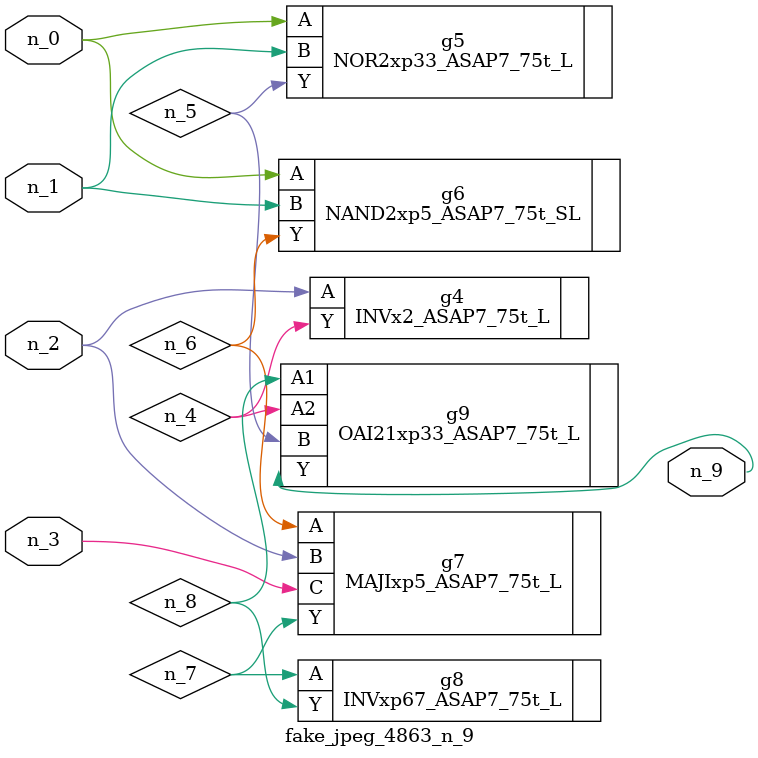
<source format=v>
module fake_jpeg_4863_n_9 (n_0, n_3, n_2, n_1, n_9);

input n_0;
input n_3;
input n_2;
input n_1;

output n_9;

wire n_4;
wire n_8;
wire n_6;
wire n_5;
wire n_7;

INVx2_ASAP7_75t_L g4 ( 
.A(n_2),
.Y(n_4)
);

NOR2xp33_ASAP7_75t_L g5 ( 
.A(n_0),
.B(n_1),
.Y(n_5)
);

NAND2xp5_ASAP7_75t_SL g6 ( 
.A(n_0),
.B(n_1),
.Y(n_6)
);

MAJIxp5_ASAP7_75t_L g7 ( 
.A(n_6),
.B(n_2),
.C(n_3),
.Y(n_7)
);

INVxp67_ASAP7_75t_L g8 ( 
.A(n_7),
.Y(n_8)
);

OAI21xp33_ASAP7_75t_L g9 ( 
.A1(n_8),
.A2(n_4),
.B(n_5),
.Y(n_9)
);


endmodule
</source>
